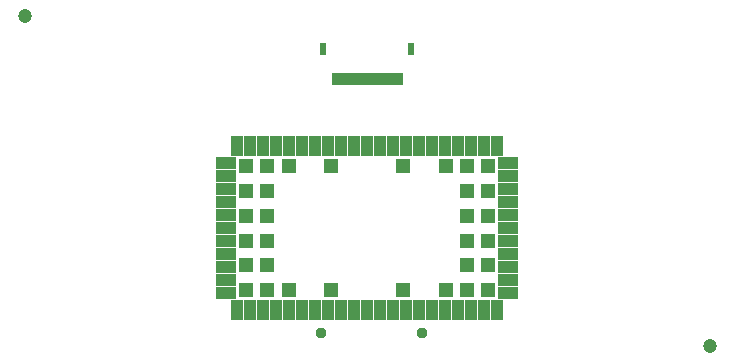
<source format=gbs>
G04 EAGLE Gerber RS-274X export*
G75*
%MOMM*%
%FSLAX34Y34*%
%LPD*%
%INSoldermask Bottom*%
%IPPOS*%
%AMOC8*
5,1,8,0,0,1.08239X$1,22.5*%
G01*
%ADD10C,1.203200*%
%ADD11R,0.503200X1.003200*%
%ADD12R,0.603200X1.003200*%
%ADD13R,1.003200X1.703200*%
%ADD14R,1.703200X1.003200*%
%ADD15R,1.303200X1.303200*%
%ADD16C,0.953200*%


D10*
X10000Y290000D03*
X590000Y10000D03*
D11*
X272500Y236500D03*
X277500Y236500D03*
D12*
X262500Y261500D03*
X337500Y261500D03*
D11*
X282500Y236500D03*
X287500Y236500D03*
X292500Y236500D03*
X297500Y236500D03*
X302500Y236500D03*
X307500Y236500D03*
X312500Y236500D03*
X317500Y236500D03*
X322500Y236500D03*
X327500Y236500D03*
D13*
X410000Y40500D03*
X399000Y40500D03*
X388000Y40500D03*
X377000Y40500D03*
X366000Y40500D03*
X355000Y40500D03*
X344000Y40500D03*
X333000Y40500D03*
X322000Y40500D03*
X311000Y40500D03*
X300000Y40500D03*
X289000Y40500D03*
X278000Y40500D03*
X267000Y40500D03*
X256000Y40500D03*
X245000Y40500D03*
X234000Y40500D03*
X223000Y40500D03*
X212000Y40500D03*
X201000Y40500D03*
X190000Y40500D03*
D14*
X180500Y55000D03*
X180500Y66000D03*
X180500Y77000D03*
X180500Y88000D03*
X180500Y99000D03*
X180500Y110000D03*
X180500Y121000D03*
X180500Y132000D03*
X180500Y143000D03*
X180500Y154000D03*
X180500Y165000D03*
D13*
X190000Y179500D03*
X201000Y179500D03*
X212000Y179500D03*
X223000Y179500D03*
X234000Y179500D03*
X245000Y179500D03*
X256000Y179500D03*
X267000Y179500D03*
X278000Y179500D03*
X289000Y179500D03*
X300000Y179500D03*
X311000Y179500D03*
X322000Y179500D03*
X333000Y179500D03*
X344000Y179500D03*
X355000Y179500D03*
X366000Y179500D03*
X377000Y179500D03*
X388000Y179500D03*
X399000Y179500D03*
X410000Y179500D03*
D14*
X419500Y165000D03*
X419500Y154000D03*
X419500Y143000D03*
X419500Y132000D03*
X419500Y121000D03*
X419500Y110000D03*
X419500Y99000D03*
X419500Y88000D03*
X419500Y77000D03*
X419500Y66000D03*
X419500Y55000D03*
D15*
X402500Y57500D03*
X402500Y78500D03*
X402500Y99500D03*
X402500Y120500D03*
X402500Y141500D03*
X402500Y162500D03*
X384500Y57500D03*
X384500Y78500D03*
X384500Y99500D03*
X384500Y120500D03*
X384500Y141500D03*
X384500Y162500D03*
X366500Y57500D03*
X366500Y162500D03*
X330500Y57500D03*
X330500Y162500D03*
X197500Y162500D03*
X197500Y141500D03*
X197500Y120500D03*
X197500Y99500D03*
X197500Y78500D03*
X197500Y57500D03*
X215500Y162500D03*
X215500Y141500D03*
X215500Y120500D03*
X215500Y99500D03*
X215500Y78500D03*
X215500Y57500D03*
X233500Y162500D03*
X233500Y57500D03*
X269500Y162500D03*
X269500Y57500D03*
D16*
X346050Y21500D03*
X261050Y21500D03*
M02*

</source>
